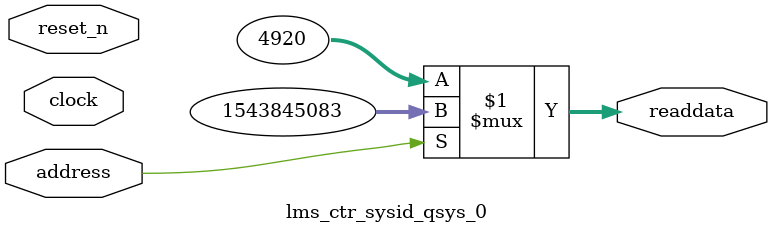
<source format=v>



// synthesis translate_off
`timescale 1ns / 1ps
// synthesis translate_on

// turn off superfluous verilog processor warnings 
// altera message_level Level1 
// altera message_off 10034 10035 10036 10037 10230 10240 10030 

module lms_ctr_sysid_qsys_0 (
               // inputs:
                address,
                clock,
                reset_n,

               // outputs:
                readdata
             )
;

  output  [ 31: 0] readdata;
  input            address;
  input            clock;
  input            reset_n;

  wire    [ 31: 0] readdata;
  //control_slave, which is an e_avalon_slave
  assign readdata = address ? 1543845083 : 4920;

endmodule



</source>
